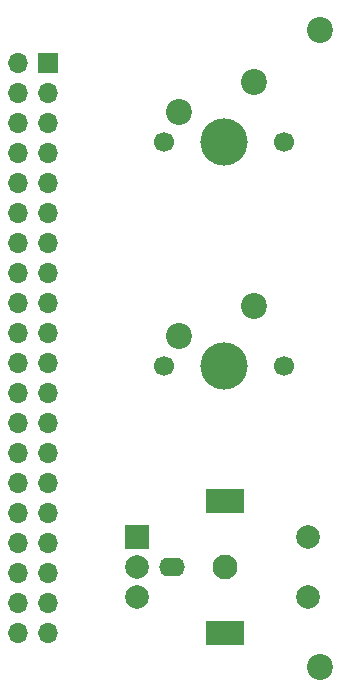
<source format=gbr>
%TF.GenerationSoftware,KiCad,Pcbnew,9.0.0*%
%TF.CreationDate,2025-06-09T21:48:21+05:30*%
%TF.ProjectId,MP3Player,4d503350-6c61-4796-9572-2e6b69636164,rev?*%
%TF.SameCoordinates,Original*%
%TF.FileFunction,Soldermask,Top*%
%TF.FilePolarity,Negative*%
%FSLAX46Y46*%
G04 Gerber Fmt 4.6, Leading zero omitted, Abs format (unit mm)*
G04 Created by KiCad (PCBNEW 9.0.0) date 2025-06-09 21:48:21*
%MOMM*%
%LPD*%
G01*
G04 APERTURE LIST*
%ADD10C,2.200000*%
%ADD11R,1.700000X1.700000*%
%ADD12O,1.700000X1.700000*%
%ADD13O,2.200000X1.600000*%
%ADD14C,2.100000*%
%ADD15R,2.000000X2.000000*%
%ADD16C,2.000000*%
%ADD17R,3.200000X2.000000*%
%ADD18C,1.700000*%
%ADD19C,4.000000*%
G04 APERTURE END LIST*
D10*
%TO.C,H2*%
X156000000Y-105000000D03*
%TD*%
%TO.C,H1*%
X156000000Y-51000000D03*
%TD*%
D11*
%TO.C,J1*%
X133000000Y-53860000D03*
D12*
X130460000Y-53860000D03*
X133000000Y-56400000D03*
X130460000Y-56400000D03*
X133000000Y-58940000D03*
X130460000Y-58940000D03*
X133000000Y-61480000D03*
X130460000Y-61480000D03*
X133000000Y-64020000D03*
X130460000Y-64020000D03*
X133000000Y-66560000D03*
X130460000Y-66560000D03*
X133000000Y-69100000D03*
X130460000Y-69100000D03*
X133000000Y-71640000D03*
X130460000Y-71640000D03*
X133000000Y-74180000D03*
X130460000Y-74180000D03*
X133000000Y-76720000D03*
X130460000Y-76720000D03*
X133000000Y-79260000D03*
X130460000Y-79260000D03*
X133000000Y-81800000D03*
X130460000Y-81800000D03*
X133000000Y-84340000D03*
X130460000Y-84340000D03*
X133000000Y-86880000D03*
X130460000Y-86880000D03*
X133000000Y-89420000D03*
X130460000Y-89420000D03*
X133000000Y-91960000D03*
X130460000Y-91960000D03*
X133000000Y-94500000D03*
X130460000Y-94500000D03*
X133000000Y-97040000D03*
X130460000Y-97040000D03*
X133000000Y-99580000D03*
X130460000Y-99580000D03*
X133000000Y-102120000D03*
X130460000Y-102120000D03*
%TD*%
D13*
%TO.C,SW1*%
X143500000Y-96500000D03*
D14*
X148000000Y-96500000D03*
D15*
X140500000Y-94000000D03*
D16*
X140500000Y-99000000D03*
X140500000Y-96500000D03*
D17*
X148000000Y-90900000D03*
X148000000Y-102100000D03*
D16*
X155000000Y-99000000D03*
X155000000Y-94000000D03*
%TD*%
D18*
%TO.C,SW2*%
X142840000Y-60500000D03*
D19*
X147920000Y-60500000D03*
D18*
X153000000Y-60500000D03*
D10*
X150460000Y-55420000D03*
X144110000Y-57960000D03*
%TD*%
D18*
%TO.C,SW3*%
X142840000Y-79460000D03*
D19*
X147920000Y-79460000D03*
D18*
X153000000Y-79460000D03*
D10*
X150460000Y-74380000D03*
X144110000Y-76920000D03*
%TD*%
M02*

</source>
